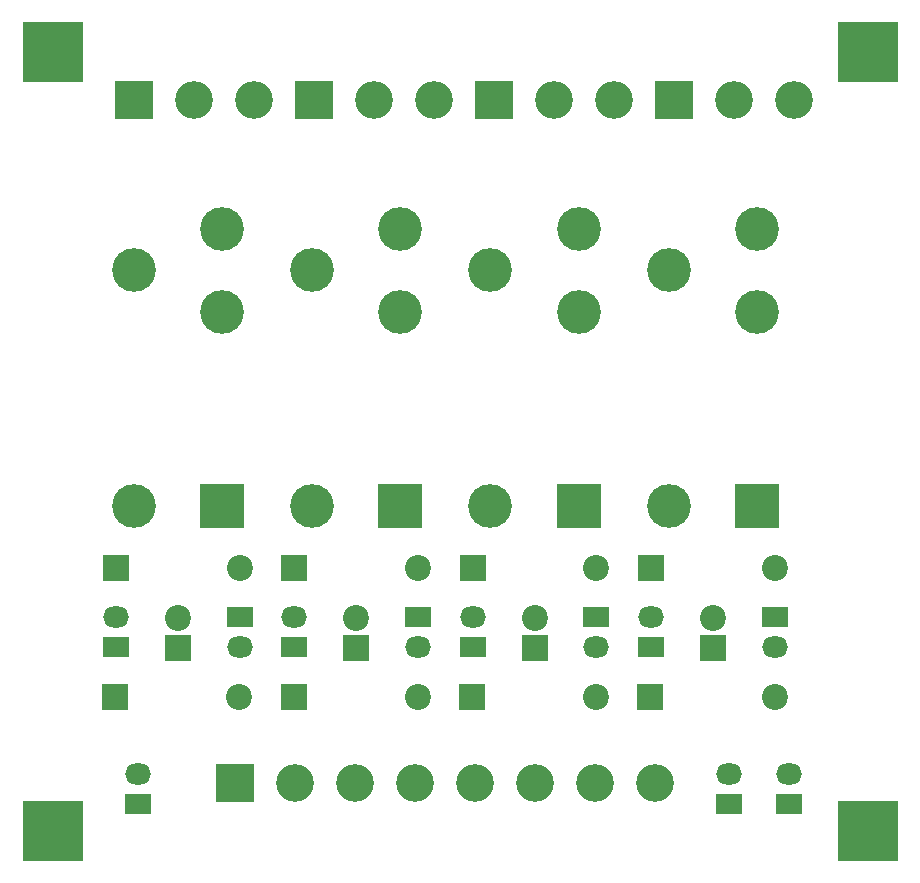
<source format=gbs>
%FSLAX42Y42*%
%MOMM*%
G71*
G01*
G75*
G04 Layer_Color=16711935*
%ADD10C,0.25*%
%ADD11C,2.00*%
%ADD12R,5.00X5.00*%
%ADD13C,3.00*%
%ADD14R,3.00X3.00*%
%ADD15C,3.50*%
%ADD16R,3.50X3.50*%
%ADD17C,2.00*%
%ADD18R,2.00X2.00*%
%ADD19R,2.00X1.60*%
%ADD20O,2.00X1.60*%
%ADD21R,2.00X2.00*%
%ADD22C,1.00*%
%ADD23C,0.60*%
%ADD24C,0.70*%
%ADD25C,0.80*%
%ADD26C,2.50*%
%ADD27R,0.95X1.00*%
%ADD28R,1.65X1.15*%
%ADD29C,0.25*%
%ADD30C,0.15*%
%ADD31C,0.15*%
%ADD32C,0.30*%
%ADD33R,5.20X5.20*%
%ADD34C,3.20*%
%ADD35R,3.20X3.20*%
%ADD36C,3.70*%
%ADD37R,3.70X3.70*%
%ADD38C,2.20*%
%ADD39R,2.20X2.20*%
%ADD40R,2.20X1.80*%
%ADD41O,2.20X1.80*%
%ADD42R,2.20X2.20*%
D33*
X7200Y6900D02*
D03*
Y300D02*
D03*
X300Y6900D02*
D03*
Y300D02*
D03*
D34*
X5049Y6493D02*
D03*
X4541D02*
D03*
X3525D02*
D03*
X3017D02*
D03*
X5403Y710D02*
D03*
X4895D02*
D03*
X4387D02*
D03*
X3879D02*
D03*
X3371D02*
D03*
X2863D02*
D03*
X2355D02*
D03*
X2001Y6493D02*
D03*
X1493D02*
D03*
X6573D02*
D03*
X6065D02*
D03*
D35*
X4033D02*
D03*
X2509D02*
D03*
X1847Y710D02*
D03*
X985Y6493D02*
D03*
X5557D02*
D03*
D36*
X4005Y3050D02*
D03*
Y5050D02*
D03*
X4755Y5400D02*
D03*
Y4700D02*
D03*
X5515Y3050D02*
D03*
Y5050D02*
D03*
X6265Y5400D02*
D03*
Y4700D02*
D03*
X2495Y3050D02*
D03*
Y5050D02*
D03*
X3245Y5400D02*
D03*
Y4700D02*
D03*
X985Y3050D02*
D03*
Y5050D02*
D03*
X1735Y5400D02*
D03*
Y4700D02*
D03*
D37*
X4755Y3050D02*
D03*
X6265D02*
D03*
X3245D02*
D03*
X1735D02*
D03*
D38*
X1883Y2525D02*
D03*
X1882Y1435D02*
D03*
X3393Y2525D02*
D03*
X4902Y1435D02*
D03*
X6412D02*
D03*
X6413Y2525D02*
D03*
X3392Y1435D02*
D03*
X4903Y2525D02*
D03*
X1360Y2102D02*
D03*
X2870D02*
D03*
X4380D02*
D03*
X5890D02*
D03*
D39*
X837Y2525D02*
D03*
X832Y1435D02*
D03*
X2347Y2525D02*
D03*
X3852Y1435D02*
D03*
X5362D02*
D03*
X5367Y2525D02*
D03*
X2342Y1435D02*
D03*
X3857Y2525D02*
D03*
D40*
X6027Y535D02*
D03*
X6535D02*
D03*
X1020D02*
D03*
X3857Y1856D02*
D03*
X3393Y2110D02*
D03*
X6413D02*
D03*
X2347Y1856D02*
D03*
X4903Y2110D02*
D03*
X1883D02*
D03*
X837Y1856D02*
D03*
X5367D02*
D03*
D41*
X6027Y789D02*
D03*
X6535D02*
D03*
X1020D02*
D03*
X3857Y2110D02*
D03*
X3393Y1856D02*
D03*
X6413D02*
D03*
X2347Y2110D02*
D03*
X4903Y1856D02*
D03*
X1883D02*
D03*
X837Y2110D02*
D03*
X5367D02*
D03*
D42*
X1360Y1848D02*
D03*
X2870D02*
D03*
X4380D02*
D03*
X5890D02*
D03*
M02*

</source>
